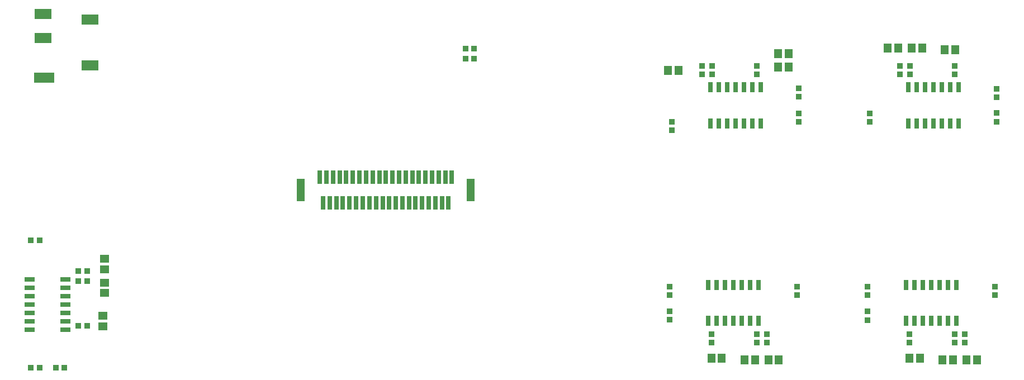
<source format=gbp>
G04*
G04 #@! TF.GenerationSoftware,Altium Limited,Altium Designer,21.8.1 (53)*
G04*
G04 Layer_Color=128*
%FSLAX25Y25*%
%MOIN*%
G70*
G04*
G04 #@! TF.SameCoordinates,5834F34B-C4A2-4629-ADC7-1C587854752A*
G04*
G04*
G04 #@! TF.FilePolarity,Positive*
G04*
G01*
G75*
%ADD24R,0.05118X0.05512*%
%ADD27R,0.05512X0.05118*%
%ADD28R,0.03347X0.03740*%
%ADD29R,0.10000X0.06000*%
%ADD30R,0.12000X0.06000*%
%ADD31R,0.03740X0.03347*%
%ADD38R,0.02559X0.06102*%
%ADD52R,0.06102X0.02559*%
%ADD56R,0.05100X0.13400*%
%ADD57R,0.02800X0.08200*%
D24*
X718217Y243137D02*
D03*
X724516D02*
D03*
X752217Y242137D02*
D03*
X758516Y242137D02*
D03*
X744217D02*
D03*
X737917D02*
D03*
X719558Y428103D02*
D03*
X725857D02*
D03*
X711558Y428103D02*
D03*
X705259Y428103D02*
D03*
X745558Y427103D02*
D03*
X739259D02*
D03*
X640000Y425000D02*
D03*
X646299D02*
D03*
X580650Y415000D02*
D03*
X574350Y415000D02*
D03*
X640000Y417000D02*
D03*
X646299D02*
D03*
X626106Y242137D02*
D03*
X619807D02*
D03*
X634106Y242137D02*
D03*
X640406Y242137D02*
D03*
X600106Y243137D02*
D03*
X606406D02*
D03*
D27*
X237256Y262394D02*
D03*
Y268694D02*
D03*
X238256Y296394D02*
D03*
Y302694D02*
D03*
Y288394D02*
D03*
Y282095D02*
D03*
D28*
X453441Y422000D02*
D03*
X458559D02*
D03*
X458559Y428000D02*
D03*
X453441D02*
D03*
X222697Y262591D02*
D03*
X227815D02*
D03*
X222697Y295394D02*
D03*
X227815D02*
D03*
X222697Y289394D02*
D03*
X227815D02*
D03*
X199485Y313505D02*
D03*
X194366D02*
D03*
X209248Y237505D02*
D03*
X214366D02*
D03*
X199485D02*
D03*
X194366D02*
D03*
D29*
X229476Y445395D02*
D03*
Y417835D02*
D03*
X201524Y434371D02*
D03*
Y448544D02*
D03*
D30*
X202366Y410678D02*
D03*
D31*
X718413Y257696D02*
D03*
Y252578D02*
D03*
X751217Y257696D02*
D03*
Y252578D02*
D03*
X745217Y257696D02*
D03*
Y252578D02*
D03*
X769207Y280789D02*
D03*
Y285907D02*
D03*
X651217Y280909D02*
D03*
Y286027D02*
D03*
X652337Y389332D02*
D03*
X652337Y384213D02*
D03*
X718558Y412544D02*
D03*
Y417662D02*
D03*
X712558Y412544D02*
D03*
Y417662D02*
D03*
X745361Y412544D02*
D03*
Y417662D02*
D03*
X600448Y412544D02*
D03*
Y417662D02*
D03*
X594448Y412544D02*
D03*
Y417662D02*
D03*
X627251Y412544D02*
D03*
Y417662D02*
D03*
X627106Y257696D02*
D03*
Y252578D02*
D03*
X633106Y257696D02*
D03*
Y252578D02*
D03*
X600303Y257696D02*
D03*
Y252578D02*
D03*
X770252Y404018D02*
D03*
Y398900D02*
D03*
X652337Y404213D02*
D03*
Y399095D02*
D03*
X694508Y384274D02*
D03*
Y389392D02*
D03*
X576457Y384333D02*
D03*
Y379215D02*
D03*
X693327Y286027D02*
D03*
X693327Y280909D02*
D03*
X575336Y285907D02*
D03*
X575336Y280789D02*
D03*
X693327Y266027D02*
D03*
Y271145D02*
D03*
X575314Y266125D02*
D03*
Y271243D02*
D03*
X770328Y384333D02*
D03*
X770328Y389452D02*
D03*
D38*
X746217Y265409D02*
D03*
X741217D02*
D03*
X736217D02*
D03*
X731217D02*
D03*
X726217D02*
D03*
X721217D02*
D03*
X716217D02*
D03*
Y286865D02*
D03*
X721217Y286865D02*
D03*
X726217Y286865D02*
D03*
X731217Y286865D02*
D03*
X736217Y286865D02*
D03*
X741217Y286865D02*
D03*
X746217Y286865D02*
D03*
X717558Y404832D02*
D03*
X722558D02*
D03*
X727558D02*
D03*
X732558D02*
D03*
X737558D02*
D03*
X742558D02*
D03*
X747558D02*
D03*
Y383375D02*
D03*
X742558Y383375D02*
D03*
X737558Y383375D02*
D03*
X732558Y383375D02*
D03*
X727558Y383375D02*
D03*
X722558Y383375D02*
D03*
X717558Y383375D02*
D03*
X599448Y404832D02*
D03*
X604448D02*
D03*
X609448D02*
D03*
X614448D02*
D03*
X619448D02*
D03*
X624448D02*
D03*
X629448D02*
D03*
Y383375D02*
D03*
X624448Y383375D02*
D03*
X619448Y383375D02*
D03*
X614448Y383375D02*
D03*
X609448Y383375D02*
D03*
X604448Y383375D02*
D03*
X599448Y383375D02*
D03*
X628106Y265409D02*
D03*
X623106D02*
D03*
X618106D02*
D03*
X613106D02*
D03*
X608106D02*
D03*
X603106D02*
D03*
X598106D02*
D03*
Y286865D02*
D03*
X603106Y286865D02*
D03*
X608106Y286865D02*
D03*
X613106Y286865D02*
D03*
X618106Y286865D02*
D03*
X623106Y286865D02*
D03*
X628106Y286865D02*
D03*
D52*
X214984Y290394D02*
D03*
Y285395D02*
D03*
Y280395D02*
D03*
Y275395D02*
D03*
Y270394D02*
D03*
Y265394D02*
D03*
Y260395D02*
D03*
X193528D02*
D03*
Y265394D02*
D03*
Y270394D02*
D03*
Y275395D02*
D03*
Y280395D02*
D03*
Y285395D02*
D03*
Y290394D02*
D03*
D56*
X456600Y343700D02*
D03*
X355400D02*
D03*
D57*
X366700Y351400D02*
D03*
X368600Y336000D02*
D03*
X370600Y351400D02*
D03*
X372600Y336000D02*
D03*
X374500Y351400D02*
D03*
X376500Y336000D02*
D03*
X378500Y351400D02*
D03*
X380400Y336000D02*
D03*
X382400Y351400D02*
D03*
X384400Y336000D02*
D03*
X386300Y351400D02*
D03*
X388300Y336000D02*
D03*
X390300Y351400D02*
D03*
X392300Y336000D02*
D03*
X394200Y351400D02*
D03*
X396200Y336000D02*
D03*
X398200Y351400D02*
D03*
X400100Y336000D02*
D03*
X402100Y351400D02*
D03*
X404100Y336000D02*
D03*
X406000Y351400D02*
D03*
X408000Y336000D02*
D03*
X410000Y351400D02*
D03*
X411900Y336000D02*
D03*
X413900Y351400D02*
D03*
X415900Y336000D02*
D03*
X417800Y351400D02*
D03*
X419800Y336000D02*
D03*
X421800Y351400D02*
D03*
X423700Y336000D02*
D03*
X425700Y351400D02*
D03*
X427700Y336000D02*
D03*
X429700Y351400D02*
D03*
X431600Y336000D02*
D03*
X433600Y351400D02*
D03*
X435600Y336000D02*
D03*
X437500Y351400D02*
D03*
X439500Y336000D02*
D03*
X441500Y351400D02*
D03*
X443400Y336000D02*
D03*
X445400Y351400D02*
D03*
M02*

</source>
